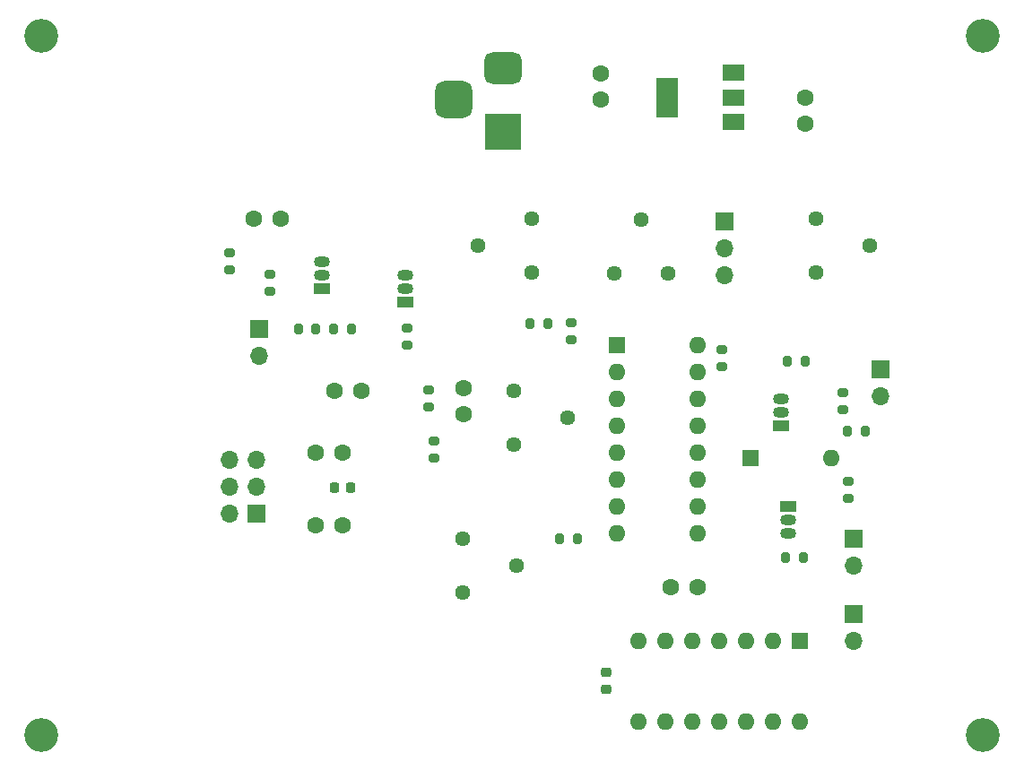
<source format=gbr>
%TF.GenerationSoftware,KiCad,Pcbnew,(6.0.0)*%
%TF.CreationDate,2022-01-24T17:52:30-05:00*%
%TF.ProjectId,function generator,66756e63-7469-46f6-9e20-67656e657261,rev?*%
%TF.SameCoordinates,Original*%
%TF.FileFunction,Soldermask,Top*%
%TF.FilePolarity,Negative*%
%FSLAX46Y46*%
G04 Gerber Fmt 4.6, Leading zero omitted, Abs format (unit mm)*
G04 Created by KiCad (PCBNEW (6.0.0)) date 2022-01-24 17:52:30*
%MOMM*%
%LPD*%
G01*
G04 APERTURE LIST*
G04 Aperture macros list*
%AMRoundRect*
0 Rectangle with rounded corners*
0 $1 Rounding radius*
0 $2 $3 $4 $5 $6 $7 $8 $9 X,Y pos of 4 corners*
0 Add a 4 corners polygon primitive as box body*
4,1,4,$2,$3,$4,$5,$6,$7,$8,$9,$2,$3,0*
0 Add four circle primitives for the rounded corners*
1,1,$1+$1,$2,$3*
1,1,$1+$1,$4,$5*
1,1,$1+$1,$6,$7*
1,1,$1+$1,$8,$9*
0 Add four rect primitives between the rounded corners*
20,1,$1+$1,$2,$3,$4,$5,0*
20,1,$1+$1,$4,$5,$6,$7,0*
20,1,$1+$1,$6,$7,$8,$9,0*
20,1,$1+$1,$8,$9,$2,$3,0*%
G04 Aperture macros list end*
%ADD10RoundRect,0.200000X0.275000X-0.200000X0.275000X0.200000X-0.275000X0.200000X-0.275000X-0.200000X0*%
%ADD11RoundRect,0.200000X0.200000X0.275000X-0.200000X0.275000X-0.200000X-0.275000X0.200000X-0.275000X0*%
%ADD12C,1.600000*%
%ADD13R,1.700000X1.700000*%
%ADD14O,1.700000X1.700000*%
%ADD15R,1.500000X1.050000*%
%ADD16O,1.500000X1.050000*%
%ADD17C,1.440000*%
%ADD18RoundRect,0.200000X-0.200000X-0.275000X0.200000X-0.275000X0.200000X0.275000X-0.200000X0.275000X0*%
%ADD19RoundRect,0.200000X-0.275000X0.200000X-0.275000X-0.200000X0.275000X-0.200000X0.275000X0.200000X0*%
%ADD20C,3.200000*%
%ADD21R,1.600000X1.600000*%
%ADD22O,1.600000X1.600000*%
%ADD23RoundRect,0.225000X0.225000X0.250000X-0.225000X0.250000X-0.225000X-0.250000X0.225000X-0.250000X0*%
%ADD24R,3.500000X3.500000*%
%ADD25RoundRect,0.750000X-1.000000X0.750000X-1.000000X-0.750000X1.000000X-0.750000X1.000000X0.750000X0*%
%ADD26RoundRect,0.875000X-0.875000X0.875000X-0.875000X-0.875000X0.875000X-0.875000X0.875000X0.875000X0*%
%ADD27R,2.000000X1.500000*%
%ADD28R,2.000000X3.800000*%
%ADD29RoundRect,0.225000X0.250000X-0.225000X0.250000X0.225000X-0.250000X0.225000X-0.250000X-0.225000X0*%
G04 APERTURE END LIST*
D10*
%TO.C,R13*%
X116332000Y-63309000D03*
X116332000Y-61659000D03*
%TD*%
D11*
%TO.C,R12*%
X112733000Y-58674000D03*
X111083000Y-58674000D03*
%TD*%
D10*
%TO.C,R15*%
X116840000Y-71691000D03*
X116840000Y-70041000D03*
%TD*%
D12*
%TO.C,C2*%
X93492000Y-31516000D03*
X93492000Y-34016000D03*
%TD*%
D13*
%TO.C,S1*%
X60965000Y-73137000D03*
D14*
X58425000Y-73137000D03*
X60965000Y-70597000D03*
X58425000Y-70597000D03*
X60965000Y-68057000D03*
X58425000Y-68057000D03*
%TD*%
D15*
%TO.C,Q3*%
X110490000Y-64770000D03*
D16*
X110490000Y-63500000D03*
X110490000Y-62230000D03*
%TD*%
D13*
%TO.C,J5*%
X61214000Y-55621000D03*
D14*
X61214000Y-58161000D03*
%TD*%
D11*
%TO.C,R7*%
X69913000Y-55626000D03*
X68263000Y-55626000D03*
%TD*%
D12*
%TO.C,C7*%
X70846000Y-61468000D03*
X68346000Y-61468000D03*
%TD*%
D11*
%TO.C,R5*%
X91249000Y-75438000D03*
X89599000Y-75438000D03*
%TD*%
D17*
%TO.C,VR4*%
X113792000Y-50292000D03*
X118872000Y-47752000D03*
X113792000Y-45212000D03*
%TD*%
D18*
%TO.C,R8*%
X64898000Y-55626000D03*
X66548000Y-55626000D03*
%TD*%
D12*
%TO.C,C5*%
X69068000Y-74168000D03*
X66568000Y-74168000D03*
%TD*%
D17*
%TO.C,VR1*%
X86983000Y-45212000D03*
X81903000Y-47752000D03*
X86983000Y-50292000D03*
%TD*%
%TO.C,VR2*%
X85229000Y-66548000D03*
X90309000Y-64008000D03*
X85229000Y-61468000D03*
%TD*%
D10*
%TO.C,R2*%
X77216000Y-63055000D03*
X77216000Y-61405000D03*
%TD*%
D19*
%TO.C,R9*%
X62230000Y-50483000D03*
X62230000Y-52133000D03*
%TD*%
D15*
%TO.C,Q4*%
X111146000Y-72390000D03*
D16*
X111146000Y-73660000D03*
X111146000Y-74930000D03*
%TD*%
D20*
%TO.C,REF\u002A\u002A*%
X40640000Y-93980000D03*
%TD*%
D21*
%TO.C,IC2*%
X94996000Y-57150000D03*
D22*
X94996000Y-59690000D03*
X94996000Y-62230000D03*
X94996000Y-64770000D03*
X94996000Y-67310000D03*
X94996000Y-69850000D03*
X94996000Y-72390000D03*
X94996000Y-74930000D03*
X102616000Y-74930000D03*
X102616000Y-72390000D03*
X102616000Y-69850000D03*
X102616000Y-67310000D03*
X102616000Y-64770000D03*
X102616000Y-62230000D03*
X102616000Y-59690000D03*
X102616000Y-57150000D03*
%TD*%
D12*
%TO.C,C3*%
X80518000Y-63734000D03*
X80518000Y-61234000D03*
%TD*%
D13*
%TO.C,S2*%
X105156000Y-45481000D03*
D14*
X105156000Y-48021000D03*
X105156000Y-50561000D03*
%TD*%
D19*
%TO.C,R4*%
X90678000Y-55055000D03*
X90678000Y-56705000D03*
%TD*%
D12*
%TO.C,C6*%
X69068000Y-67310000D03*
X66568000Y-67310000D03*
%TD*%
D20*
%TO.C,REF\u002A\u002A*%
X129540000Y-27940000D03*
%TD*%
D13*
%TO.C,J3*%
X117348000Y-82545000D03*
D14*
X117348000Y-85085000D03*
%TD*%
D23*
%TO.C,C9*%
X69843000Y-70612000D03*
X68293000Y-70612000D03*
%TD*%
D12*
%TO.C,C4*%
X100096000Y-80010000D03*
X102596000Y-80010000D03*
%TD*%
D24*
%TO.C,J1*%
X84269500Y-36988000D03*
D25*
X84269500Y-30988000D03*
D26*
X79569500Y-33988000D03*
%TD*%
D18*
%TO.C,R3*%
X86805000Y-55118000D03*
X88455000Y-55118000D03*
%TD*%
D17*
%TO.C,VR3*%
X80403000Y-80518000D03*
X85483000Y-77978000D03*
X80403000Y-75438000D03*
%TD*%
%TO.C,VR5*%
X99822000Y-50407000D03*
X97282000Y-45327000D03*
X94742000Y-50407000D03*
%TD*%
D21*
%TO.C,IC4*%
X112273000Y-85100000D03*
D22*
X109733000Y-85100000D03*
X107193000Y-85100000D03*
X104653000Y-85100000D03*
X102113000Y-85100000D03*
X99573000Y-85100000D03*
X97033000Y-85100000D03*
X97033000Y-92720000D03*
X99573000Y-92720000D03*
X102113000Y-92720000D03*
X104653000Y-92720000D03*
X107193000Y-92720000D03*
X109733000Y-92720000D03*
X112273000Y-92720000D03*
%TD*%
D12*
%TO.C,C8*%
X63226000Y-45212000D03*
X60726000Y-45212000D03*
%TD*%
D27*
%TO.C,U1*%
X106020000Y-36082000D03*
D28*
X99720000Y-33782000D03*
D27*
X106020000Y-33782000D03*
X106020000Y-31482000D03*
%TD*%
D12*
%TO.C,C10*%
X112776000Y-33802000D03*
X112776000Y-36302000D03*
%TD*%
D20*
%TO.C,REF\u002A\u002A*%
X40640000Y-27940000D03*
%TD*%
D10*
%TO.C,R1*%
X77724000Y-67881000D03*
X77724000Y-66231000D03*
%TD*%
D19*
%TO.C,R11*%
X58420000Y-48451000D03*
X58420000Y-50101000D03*
%TD*%
D15*
%TO.C,Q1*%
X75036000Y-53086000D03*
D16*
X75036000Y-51816000D03*
X75036000Y-50546000D03*
%TD*%
D21*
%TO.C,D1*%
X107590000Y-67818000D03*
D22*
X115210000Y-67818000D03*
%TD*%
D10*
%TO.C,R10*%
X75184000Y-57213000D03*
X75184000Y-55563000D03*
%TD*%
D20*
%TO.C,REF\u002A\u002A*%
X129540000Y-93980000D03*
%TD*%
D18*
%TO.C,R14*%
X116777000Y-65278000D03*
X118427000Y-65278000D03*
%TD*%
D19*
%TO.C,R6*%
X104902000Y-57595000D03*
X104902000Y-59245000D03*
%TD*%
D29*
%TO.C,C1*%
X93980000Y-89675000D03*
X93980000Y-88125000D03*
%TD*%
D13*
%TO.C,J4*%
X119888000Y-59431000D03*
D14*
X119888000Y-61971000D03*
%TD*%
D13*
%TO.C,J2*%
X117348000Y-75433000D03*
D14*
X117348000Y-77973000D03*
%TD*%
D11*
%TO.C,R16*%
X112585000Y-77216000D03*
X110935000Y-77216000D03*
%TD*%
D15*
%TO.C,Q2*%
X67162000Y-51816000D03*
D16*
X67162000Y-50546000D03*
X67162000Y-49276000D03*
%TD*%
M02*

</source>
